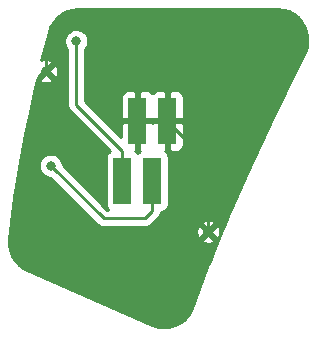
<source format=gbr>
G04 #@! TF.FileFunction,Copper,L2,Bot,Signal*
%FSLAX46Y46*%
G04 Gerber Fmt 4.6, Leading zero omitted, Abs format (unit mm)*
G04 Created by KiCad (PCBNEW (2015-05-13 BZR 5653)-product) date Tue 26 May 2015 06:01:31 PM CEST*
%MOMM*%
G01*
G04 APERTURE LIST*
%ADD10C,0.100000*%
%ADD11R,1.500000X4.000000*%
%ADD12C,0.800000*%
%ADD13C,0.250000*%
G04 APERTURE END LIST*
D10*
D11*
X145415000Y-106045000D03*
X147955000Y-106045000D03*
X146685000Y-100965000D03*
X149225000Y-100965000D03*
D12*
X138976100Y-96748600D03*
X141516100Y-94208600D03*
X139357100Y-104749600D03*
X152692100Y-110337600D03*
D13*
X146685000Y-100965000D02*
X146685000Y-95885000D01*
X138976100Y-94703900D02*
X138976100Y-96748600D01*
X141605000Y-92075000D02*
X138976100Y-94703900D01*
X142875000Y-92075000D02*
X141605000Y-92075000D01*
X146685000Y-95885000D02*
X142875000Y-92075000D01*
X149225000Y-100965000D02*
X152692100Y-104432100D01*
X152692100Y-104432100D02*
X152692100Y-110337600D01*
X141516100Y-94208600D02*
X141516100Y-99606100D01*
X145415000Y-103505000D02*
X145415000Y-106045000D01*
X141516100Y-99606100D02*
X145415000Y-103505000D01*
X139357100Y-104749600D02*
X143827500Y-109220000D01*
X147955000Y-108585000D02*
X147955000Y-106045000D01*
X147320000Y-109220000D02*
X147955000Y-108585000D01*
X143827500Y-109220000D02*
X147320000Y-109220000D01*
G36*
X161094232Y-93792390D02*
X161089072Y-94230019D01*
X161018963Y-94683793D01*
X160849382Y-95150496D01*
X158319777Y-100260019D01*
X158317854Y-100265097D01*
X158315058Y-100269747D01*
X158311072Y-100278286D01*
X156049963Y-105212146D01*
X156049963Y-105212147D01*
X156049959Y-105212154D01*
X156049711Y-105212697D01*
X156049698Y-105212734D01*
X156046089Y-105220738D01*
X154276688Y-109218771D01*
X154274570Y-109225183D01*
X154271368Y-109231124D01*
X154267787Y-109239842D01*
X153718566Y-110603942D01*
X153718566Y-110252835D01*
X153682305Y-110054210D01*
X153607992Y-109866475D01*
X153592669Y-109837806D01*
X153391939Y-109814538D01*
X153215162Y-109991315D01*
X153215162Y-109637761D01*
X153191894Y-109437031D01*
X153006598Y-109356830D01*
X152809217Y-109314320D01*
X152607335Y-109311134D01*
X152408710Y-109347395D01*
X152220975Y-109421708D01*
X152192306Y-109437031D01*
X152169038Y-109637761D01*
X152692100Y-110160823D01*
X153215162Y-109637761D01*
X153215162Y-109991315D01*
X152868877Y-110337600D01*
X153391939Y-110860662D01*
X153592669Y-110837394D01*
X153672870Y-110652098D01*
X153715380Y-110454717D01*
X153718566Y-110252835D01*
X153718566Y-110603942D01*
X153215162Y-111854246D01*
X153215162Y-111037439D01*
X152692100Y-110514377D01*
X152515323Y-110691154D01*
X152515323Y-110337600D01*
X151992261Y-109814538D01*
X151791531Y-109837806D01*
X151711330Y-110023102D01*
X151668820Y-110220483D01*
X151665634Y-110422365D01*
X151701895Y-110620990D01*
X151776208Y-110808725D01*
X151791531Y-110837394D01*
X151992261Y-110860662D01*
X152515323Y-110337600D01*
X152515323Y-110691154D01*
X152169038Y-111037439D01*
X152192306Y-111238169D01*
X152377602Y-111318370D01*
X152574983Y-111360880D01*
X152776865Y-111364066D01*
X152975490Y-111327805D01*
X153163225Y-111253492D01*
X153191894Y-111238169D01*
X153215162Y-111037439D01*
X153215162Y-111854246D01*
X152714394Y-113098004D01*
X152714358Y-113098126D01*
X152711746Y-113104683D01*
X151280731Y-116771057D01*
X151039519Y-117306459D01*
X150736163Y-117700225D01*
X150600000Y-117806791D01*
X150600000Y-103026557D01*
X150600000Y-102903443D01*
X150600000Y-101246250D01*
X150600000Y-100683750D01*
X150600000Y-99026557D01*
X150600000Y-98903443D01*
X150575982Y-98782694D01*
X150528868Y-98668951D01*
X150460469Y-98566586D01*
X150373414Y-98479531D01*
X150271048Y-98411132D01*
X150157306Y-98364018D01*
X150036557Y-98340000D01*
X149506250Y-98340000D01*
X149350000Y-98496250D01*
X149350000Y-100840000D01*
X150443750Y-100840000D01*
X150600000Y-100683750D01*
X150600000Y-101246250D01*
X150443750Y-101090000D01*
X149350000Y-101090000D01*
X149350000Y-103433750D01*
X149506250Y-103590000D01*
X150036557Y-103590000D01*
X150157306Y-103565982D01*
X150271048Y-103518868D01*
X150373414Y-103450469D01*
X150460469Y-103363414D01*
X150528868Y-103261049D01*
X150575982Y-103147306D01*
X150600000Y-103026557D01*
X150600000Y-117806791D01*
X150366319Y-117989679D01*
X149892664Y-118267398D01*
X149409326Y-118426600D01*
X149333024Y-118430188D01*
X149333024Y-108045000D01*
X149333024Y-104045000D01*
X149324781Y-103943580D01*
X149272153Y-103775274D01*
X149174809Y-103628235D01*
X149040425Y-103514053D01*
X149026126Y-103507623D01*
X149100000Y-103433750D01*
X149100000Y-101090000D01*
X149100000Y-100840000D01*
X149100000Y-98496250D01*
X148943750Y-98340000D01*
X148413443Y-98340000D01*
X148292694Y-98364018D01*
X148178952Y-98411132D01*
X148076586Y-98479531D01*
X147989531Y-98566586D01*
X147955000Y-98618264D01*
X147920469Y-98566586D01*
X147833414Y-98479531D01*
X147731048Y-98411132D01*
X147617306Y-98364018D01*
X147496557Y-98340000D01*
X146966250Y-98340000D01*
X146810000Y-98496250D01*
X146810000Y-100840000D01*
X147903750Y-100840000D01*
X147955000Y-100788750D01*
X148006250Y-100840000D01*
X149100000Y-100840000D01*
X149100000Y-101090000D01*
X148006250Y-101090000D01*
X147955000Y-101141250D01*
X147903750Y-101090000D01*
X146810000Y-101090000D01*
X146810000Y-103433750D01*
X146886431Y-103510181D01*
X146788235Y-103575191D01*
X146682262Y-103699913D01*
X146634809Y-103628235D01*
X146500425Y-103514053D01*
X146486126Y-103507623D01*
X146560000Y-103433750D01*
X146560000Y-101090000D01*
X146560000Y-100840000D01*
X146560000Y-98496250D01*
X146403750Y-98340000D01*
X145873443Y-98340000D01*
X145752694Y-98364018D01*
X145638952Y-98411132D01*
X145536586Y-98479531D01*
X145449531Y-98566586D01*
X145381132Y-98668951D01*
X145334018Y-98782694D01*
X145310000Y-98903443D01*
X145310000Y-99026557D01*
X145310000Y-100683750D01*
X145466250Y-100840000D01*
X146560000Y-100840000D01*
X146560000Y-101090000D01*
X145466250Y-101090000D01*
X145310000Y-101246250D01*
X145310000Y-102339340D01*
X142266100Y-99295440D01*
X142266100Y-94909856D01*
X142295775Y-94881597D01*
X142411645Y-94717340D01*
X142493404Y-94533706D01*
X142537938Y-94337688D01*
X142541144Y-94108094D01*
X142502101Y-93910909D01*
X142425501Y-93725063D01*
X142314262Y-93557635D01*
X142172621Y-93415002D01*
X142005974Y-93302597D01*
X141820667Y-93224701D01*
X141623760Y-93184282D01*
X141422752Y-93182879D01*
X141225300Y-93220545D01*
X141038924Y-93295846D01*
X140870723Y-93405913D01*
X140727105Y-93546554D01*
X140613539Y-93712413D01*
X140534352Y-93897171D01*
X140492559Y-94093791D01*
X140489752Y-94294785D01*
X140526039Y-94492495D01*
X140600037Y-94679393D01*
X140708927Y-94848357D01*
X140766100Y-94907561D01*
X140766100Y-99606100D01*
X140772856Y-99675006D01*
X140778899Y-99744064D01*
X140779999Y-99747850D01*
X140780384Y-99751776D01*
X140800415Y-99818124D01*
X140819736Y-99884627D01*
X140821549Y-99888125D01*
X140822690Y-99891903D01*
X140855229Y-99953099D01*
X140887097Y-100014579D01*
X140889556Y-100017659D01*
X140891409Y-100021144D01*
X140935207Y-100074846D01*
X140978417Y-100128974D01*
X140983828Y-100134461D01*
X140983922Y-100134576D01*
X140984028Y-100134664D01*
X140985770Y-100136430D01*
X144354307Y-103504967D01*
X144248235Y-103575191D01*
X144134053Y-103709575D01*
X144061733Y-103870405D01*
X144036976Y-104045000D01*
X144036976Y-108045000D01*
X144045219Y-108146420D01*
X144097847Y-108314726D01*
X144195191Y-108461765D01*
X144204883Y-108470000D01*
X144138160Y-108470000D01*
X140381250Y-104713090D01*
X140382144Y-104649094D01*
X140343101Y-104451909D01*
X140266501Y-104266063D01*
X140155262Y-104098635D01*
X140013621Y-103956002D01*
X140002566Y-103948545D01*
X140002566Y-96663835D01*
X139966305Y-96465210D01*
X139891992Y-96277475D01*
X139876669Y-96248806D01*
X139675939Y-96225538D01*
X139152877Y-96748600D01*
X139675939Y-97271662D01*
X139876669Y-97248394D01*
X139956870Y-97063098D01*
X139999380Y-96865717D01*
X140002566Y-96663835D01*
X140002566Y-103948545D01*
X139846974Y-103843597D01*
X139661667Y-103765701D01*
X139499162Y-103732343D01*
X139499162Y-97448439D01*
X138976100Y-96925377D01*
X138453038Y-97448439D01*
X138476306Y-97649169D01*
X138661602Y-97729370D01*
X138858983Y-97771880D01*
X139060865Y-97775066D01*
X139259490Y-97738805D01*
X139447225Y-97664492D01*
X139475894Y-97649169D01*
X139499162Y-97448439D01*
X139499162Y-103732343D01*
X139464760Y-103725282D01*
X139263752Y-103723879D01*
X139066300Y-103761545D01*
X138879924Y-103836846D01*
X138711723Y-103946913D01*
X138568105Y-104087554D01*
X138454539Y-104253413D01*
X138375352Y-104438171D01*
X138333559Y-104634791D01*
X138330752Y-104835785D01*
X138367039Y-105033495D01*
X138441037Y-105220393D01*
X138549927Y-105389357D01*
X138689562Y-105533954D01*
X138854624Y-105648675D01*
X139038825Y-105729150D01*
X139235149Y-105772315D01*
X139320952Y-105774112D01*
X143297170Y-109750330D01*
X143350682Y-109794285D01*
X143403775Y-109838835D01*
X143407230Y-109840734D01*
X143410278Y-109843238D01*
X143471346Y-109875983D01*
X143532044Y-109909352D01*
X143535801Y-109910544D01*
X143539278Y-109912408D01*
X143605505Y-109932655D01*
X143671566Y-109953611D01*
X143675488Y-109954051D01*
X143679257Y-109955203D01*
X143748121Y-109962197D01*
X143817028Y-109969927D01*
X143824741Y-109969980D01*
X143824882Y-109969995D01*
X143825012Y-109969982D01*
X143827500Y-109970000D01*
X147320000Y-109970000D01*
X147388906Y-109963243D01*
X147457964Y-109957201D01*
X147461750Y-109956100D01*
X147465676Y-109955716D01*
X147532024Y-109935684D01*
X147598527Y-109916364D01*
X147602025Y-109914550D01*
X147605803Y-109913410D01*
X147666999Y-109880870D01*
X147728479Y-109849003D01*
X147731559Y-109846543D01*
X147735044Y-109844691D01*
X147788746Y-109800892D01*
X147842874Y-109757683D01*
X147848361Y-109752271D01*
X147848476Y-109752178D01*
X147848564Y-109752071D01*
X147850330Y-109750330D01*
X148485330Y-109115330D01*
X148529289Y-109061813D01*
X148573835Y-109008725D01*
X148575734Y-109005270D01*
X148578239Y-109002221D01*
X148610982Y-108941153D01*
X148644352Y-108880456D01*
X148645544Y-108876695D01*
X148647408Y-108873221D01*
X148667663Y-108806967D01*
X148688611Y-108740934D01*
X148689050Y-108737015D01*
X148690204Y-108733243D01*
X148696320Y-108673024D01*
X148705000Y-108673024D01*
X148806420Y-108664781D01*
X148974726Y-108612153D01*
X149121765Y-108514809D01*
X149235947Y-108380425D01*
X149308267Y-108219595D01*
X149333024Y-108045000D01*
X149333024Y-118430188D01*
X148910947Y-118450040D01*
X148424209Y-118394580D01*
X147913397Y-118239386D01*
X137341650Y-113561345D01*
X136990810Y-113373323D01*
X136670195Y-113134939D01*
X136384644Y-112852072D01*
X136176500Y-112544189D01*
X136006847Y-112170363D01*
X135881141Y-111788757D01*
X135824442Y-111426604D01*
X135843164Y-110993440D01*
X136271204Y-107428991D01*
X136814631Y-103945655D01*
X137168012Y-102106506D01*
X137563909Y-100173024D01*
X138050269Y-98117903D01*
X138050400Y-98117351D01*
X138050405Y-98117309D01*
X138052383Y-98108719D01*
X138239856Y-97267442D01*
X138276261Y-97271662D01*
X138799323Y-96748600D01*
X138785181Y-96734458D01*
X138961958Y-96557681D01*
X138976100Y-96571823D01*
X139499162Y-96048761D01*
X139475894Y-95848031D01*
X139290598Y-95767830D01*
X139093217Y-95725320D01*
X138891335Y-95722134D01*
X138692710Y-95758395D01*
X138565891Y-95808594D01*
X139175859Y-93412067D01*
X139321458Y-93004940D01*
X139516256Y-92635266D01*
X139763585Y-92307393D01*
X140064762Y-92042461D01*
X140417216Y-91792423D01*
X140773225Y-91654869D01*
X141190875Y-91538911D01*
X141614185Y-91489718D01*
X158573613Y-91495036D01*
X159049433Y-91539725D01*
X159504724Y-91673873D01*
X159936023Y-91895106D01*
X160319875Y-92170256D01*
X160585808Y-92492060D01*
X160834880Y-92897014D01*
X161002548Y-93324632D01*
X161094232Y-93792390D01*
X161094232Y-93792390D01*
G37*
X161094232Y-93792390D02*
X161089072Y-94230019D01*
X161018963Y-94683793D01*
X160849382Y-95150496D01*
X158319777Y-100260019D01*
X158317854Y-100265097D01*
X158315058Y-100269747D01*
X158311072Y-100278286D01*
X156049963Y-105212146D01*
X156049963Y-105212147D01*
X156049959Y-105212154D01*
X156049711Y-105212697D01*
X156049698Y-105212734D01*
X156046089Y-105220738D01*
X154276688Y-109218771D01*
X154274570Y-109225183D01*
X154271368Y-109231124D01*
X154267787Y-109239842D01*
X153718566Y-110603942D01*
X153718566Y-110252835D01*
X153682305Y-110054210D01*
X153607992Y-109866475D01*
X153592669Y-109837806D01*
X153391939Y-109814538D01*
X153215162Y-109991315D01*
X153215162Y-109637761D01*
X153191894Y-109437031D01*
X153006598Y-109356830D01*
X152809217Y-109314320D01*
X152607335Y-109311134D01*
X152408710Y-109347395D01*
X152220975Y-109421708D01*
X152192306Y-109437031D01*
X152169038Y-109637761D01*
X152692100Y-110160823D01*
X153215162Y-109637761D01*
X153215162Y-109991315D01*
X152868877Y-110337600D01*
X153391939Y-110860662D01*
X153592669Y-110837394D01*
X153672870Y-110652098D01*
X153715380Y-110454717D01*
X153718566Y-110252835D01*
X153718566Y-110603942D01*
X153215162Y-111854246D01*
X153215162Y-111037439D01*
X152692100Y-110514377D01*
X152515323Y-110691154D01*
X152515323Y-110337600D01*
X151992261Y-109814538D01*
X151791531Y-109837806D01*
X151711330Y-110023102D01*
X151668820Y-110220483D01*
X151665634Y-110422365D01*
X151701895Y-110620990D01*
X151776208Y-110808725D01*
X151791531Y-110837394D01*
X151992261Y-110860662D01*
X152515323Y-110337600D01*
X152515323Y-110691154D01*
X152169038Y-111037439D01*
X152192306Y-111238169D01*
X152377602Y-111318370D01*
X152574983Y-111360880D01*
X152776865Y-111364066D01*
X152975490Y-111327805D01*
X153163225Y-111253492D01*
X153191894Y-111238169D01*
X153215162Y-111037439D01*
X153215162Y-111854246D01*
X152714394Y-113098004D01*
X152714358Y-113098126D01*
X152711746Y-113104683D01*
X151280731Y-116771057D01*
X151039519Y-117306459D01*
X150736163Y-117700225D01*
X150600000Y-117806791D01*
X150600000Y-103026557D01*
X150600000Y-102903443D01*
X150600000Y-101246250D01*
X150600000Y-100683750D01*
X150600000Y-99026557D01*
X150600000Y-98903443D01*
X150575982Y-98782694D01*
X150528868Y-98668951D01*
X150460469Y-98566586D01*
X150373414Y-98479531D01*
X150271048Y-98411132D01*
X150157306Y-98364018D01*
X150036557Y-98340000D01*
X149506250Y-98340000D01*
X149350000Y-98496250D01*
X149350000Y-100840000D01*
X150443750Y-100840000D01*
X150600000Y-100683750D01*
X150600000Y-101246250D01*
X150443750Y-101090000D01*
X149350000Y-101090000D01*
X149350000Y-103433750D01*
X149506250Y-103590000D01*
X150036557Y-103590000D01*
X150157306Y-103565982D01*
X150271048Y-103518868D01*
X150373414Y-103450469D01*
X150460469Y-103363414D01*
X150528868Y-103261049D01*
X150575982Y-103147306D01*
X150600000Y-103026557D01*
X150600000Y-117806791D01*
X150366319Y-117989679D01*
X149892664Y-118267398D01*
X149409326Y-118426600D01*
X149333024Y-118430188D01*
X149333024Y-108045000D01*
X149333024Y-104045000D01*
X149324781Y-103943580D01*
X149272153Y-103775274D01*
X149174809Y-103628235D01*
X149040425Y-103514053D01*
X149026126Y-103507623D01*
X149100000Y-103433750D01*
X149100000Y-101090000D01*
X149100000Y-100840000D01*
X149100000Y-98496250D01*
X148943750Y-98340000D01*
X148413443Y-98340000D01*
X148292694Y-98364018D01*
X148178952Y-98411132D01*
X148076586Y-98479531D01*
X147989531Y-98566586D01*
X147955000Y-98618264D01*
X147920469Y-98566586D01*
X147833414Y-98479531D01*
X147731048Y-98411132D01*
X147617306Y-98364018D01*
X147496557Y-98340000D01*
X146966250Y-98340000D01*
X146810000Y-98496250D01*
X146810000Y-100840000D01*
X147903750Y-100840000D01*
X147955000Y-100788750D01*
X148006250Y-100840000D01*
X149100000Y-100840000D01*
X149100000Y-101090000D01*
X148006250Y-101090000D01*
X147955000Y-101141250D01*
X147903750Y-101090000D01*
X146810000Y-101090000D01*
X146810000Y-103433750D01*
X146886431Y-103510181D01*
X146788235Y-103575191D01*
X146682262Y-103699913D01*
X146634809Y-103628235D01*
X146500425Y-103514053D01*
X146486126Y-103507623D01*
X146560000Y-103433750D01*
X146560000Y-101090000D01*
X146560000Y-100840000D01*
X146560000Y-98496250D01*
X146403750Y-98340000D01*
X145873443Y-98340000D01*
X145752694Y-98364018D01*
X145638952Y-98411132D01*
X145536586Y-98479531D01*
X145449531Y-98566586D01*
X145381132Y-98668951D01*
X145334018Y-98782694D01*
X145310000Y-98903443D01*
X145310000Y-99026557D01*
X145310000Y-100683750D01*
X145466250Y-100840000D01*
X146560000Y-100840000D01*
X146560000Y-101090000D01*
X145466250Y-101090000D01*
X145310000Y-101246250D01*
X145310000Y-102339340D01*
X142266100Y-99295440D01*
X142266100Y-94909856D01*
X142295775Y-94881597D01*
X142411645Y-94717340D01*
X142493404Y-94533706D01*
X142537938Y-94337688D01*
X142541144Y-94108094D01*
X142502101Y-93910909D01*
X142425501Y-93725063D01*
X142314262Y-93557635D01*
X142172621Y-93415002D01*
X142005974Y-93302597D01*
X141820667Y-93224701D01*
X141623760Y-93184282D01*
X141422752Y-93182879D01*
X141225300Y-93220545D01*
X141038924Y-93295846D01*
X140870723Y-93405913D01*
X140727105Y-93546554D01*
X140613539Y-93712413D01*
X140534352Y-93897171D01*
X140492559Y-94093791D01*
X140489752Y-94294785D01*
X140526039Y-94492495D01*
X140600037Y-94679393D01*
X140708927Y-94848357D01*
X140766100Y-94907561D01*
X140766100Y-99606100D01*
X140772856Y-99675006D01*
X140778899Y-99744064D01*
X140779999Y-99747850D01*
X140780384Y-99751776D01*
X140800415Y-99818124D01*
X140819736Y-99884627D01*
X140821549Y-99888125D01*
X140822690Y-99891903D01*
X140855229Y-99953099D01*
X140887097Y-100014579D01*
X140889556Y-100017659D01*
X140891409Y-100021144D01*
X140935207Y-100074846D01*
X140978417Y-100128974D01*
X140983828Y-100134461D01*
X140983922Y-100134576D01*
X140984028Y-100134664D01*
X140985770Y-100136430D01*
X144354307Y-103504967D01*
X144248235Y-103575191D01*
X144134053Y-103709575D01*
X144061733Y-103870405D01*
X144036976Y-104045000D01*
X144036976Y-108045000D01*
X144045219Y-108146420D01*
X144097847Y-108314726D01*
X144195191Y-108461765D01*
X144204883Y-108470000D01*
X144138160Y-108470000D01*
X140381250Y-104713090D01*
X140382144Y-104649094D01*
X140343101Y-104451909D01*
X140266501Y-104266063D01*
X140155262Y-104098635D01*
X140013621Y-103956002D01*
X140002566Y-103948545D01*
X140002566Y-96663835D01*
X139966305Y-96465210D01*
X139891992Y-96277475D01*
X139876669Y-96248806D01*
X139675939Y-96225538D01*
X139152877Y-96748600D01*
X139675939Y-97271662D01*
X139876669Y-97248394D01*
X139956870Y-97063098D01*
X139999380Y-96865717D01*
X140002566Y-96663835D01*
X140002566Y-103948545D01*
X139846974Y-103843597D01*
X139661667Y-103765701D01*
X139499162Y-103732343D01*
X139499162Y-97448439D01*
X138976100Y-96925377D01*
X138453038Y-97448439D01*
X138476306Y-97649169D01*
X138661602Y-97729370D01*
X138858983Y-97771880D01*
X139060865Y-97775066D01*
X139259490Y-97738805D01*
X139447225Y-97664492D01*
X139475894Y-97649169D01*
X139499162Y-97448439D01*
X139499162Y-103732343D01*
X139464760Y-103725282D01*
X139263752Y-103723879D01*
X139066300Y-103761545D01*
X138879924Y-103836846D01*
X138711723Y-103946913D01*
X138568105Y-104087554D01*
X138454539Y-104253413D01*
X138375352Y-104438171D01*
X138333559Y-104634791D01*
X138330752Y-104835785D01*
X138367039Y-105033495D01*
X138441037Y-105220393D01*
X138549927Y-105389357D01*
X138689562Y-105533954D01*
X138854624Y-105648675D01*
X139038825Y-105729150D01*
X139235149Y-105772315D01*
X139320952Y-105774112D01*
X143297170Y-109750330D01*
X143350682Y-109794285D01*
X143403775Y-109838835D01*
X143407230Y-109840734D01*
X143410278Y-109843238D01*
X143471346Y-109875983D01*
X143532044Y-109909352D01*
X143535801Y-109910544D01*
X143539278Y-109912408D01*
X143605505Y-109932655D01*
X143671566Y-109953611D01*
X143675488Y-109954051D01*
X143679257Y-109955203D01*
X143748121Y-109962197D01*
X143817028Y-109969927D01*
X143824741Y-109969980D01*
X143824882Y-109969995D01*
X143825012Y-109969982D01*
X143827500Y-109970000D01*
X147320000Y-109970000D01*
X147388906Y-109963243D01*
X147457964Y-109957201D01*
X147461750Y-109956100D01*
X147465676Y-109955716D01*
X147532024Y-109935684D01*
X147598527Y-109916364D01*
X147602025Y-109914550D01*
X147605803Y-109913410D01*
X147666999Y-109880870D01*
X147728479Y-109849003D01*
X147731559Y-109846543D01*
X147735044Y-109844691D01*
X147788746Y-109800892D01*
X147842874Y-109757683D01*
X147848361Y-109752271D01*
X147848476Y-109752178D01*
X147848564Y-109752071D01*
X147850330Y-109750330D01*
X148485330Y-109115330D01*
X148529289Y-109061813D01*
X148573835Y-109008725D01*
X148575734Y-109005270D01*
X148578239Y-109002221D01*
X148610982Y-108941153D01*
X148644352Y-108880456D01*
X148645544Y-108876695D01*
X148647408Y-108873221D01*
X148667663Y-108806967D01*
X148688611Y-108740934D01*
X148689050Y-108737015D01*
X148690204Y-108733243D01*
X148696320Y-108673024D01*
X148705000Y-108673024D01*
X148806420Y-108664781D01*
X148974726Y-108612153D01*
X149121765Y-108514809D01*
X149235947Y-108380425D01*
X149308267Y-108219595D01*
X149333024Y-108045000D01*
X149333024Y-118430188D01*
X148910947Y-118450040D01*
X148424209Y-118394580D01*
X147913397Y-118239386D01*
X137341650Y-113561345D01*
X136990810Y-113373323D01*
X136670195Y-113134939D01*
X136384644Y-112852072D01*
X136176500Y-112544189D01*
X136006847Y-112170363D01*
X135881141Y-111788757D01*
X135824442Y-111426604D01*
X135843164Y-110993440D01*
X136271204Y-107428991D01*
X136814631Y-103945655D01*
X137168012Y-102106506D01*
X137563909Y-100173024D01*
X138050269Y-98117903D01*
X138050400Y-98117351D01*
X138050405Y-98117309D01*
X138052383Y-98108719D01*
X138239856Y-97267442D01*
X138276261Y-97271662D01*
X138799323Y-96748600D01*
X138785181Y-96734458D01*
X138961958Y-96557681D01*
X138976100Y-96571823D01*
X139499162Y-96048761D01*
X139475894Y-95848031D01*
X139290598Y-95767830D01*
X139093217Y-95725320D01*
X138891335Y-95722134D01*
X138692710Y-95758395D01*
X138565891Y-95808594D01*
X139175859Y-93412067D01*
X139321458Y-93004940D01*
X139516256Y-92635266D01*
X139763585Y-92307393D01*
X140064762Y-92042461D01*
X140417216Y-91792423D01*
X140773225Y-91654869D01*
X141190875Y-91538911D01*
X141614185Y-91489718D01*
X158573613Y-91495036D01*
X159049433Y-91539725D01*
X159504724Y-91673873D01*
X159936023Y-91895106D01*
X160319875Y-92170256D01*
X160585808Y-92492060D01*
X160834880Y-92897014D01*
X161002548Y-93324632D01*
X161094232Y-93792390D01*
M02*

</source>
